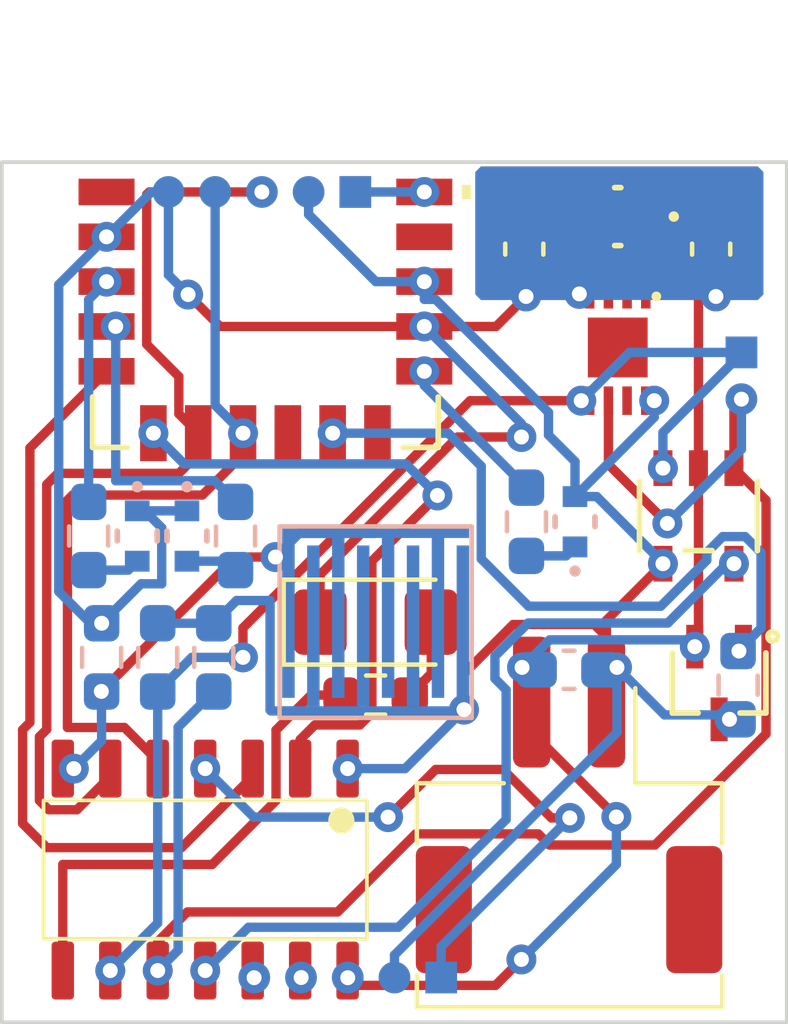
<source format=kicad_pcb>
(kicad_pcb (version 20221018) (generator pcbnew)
  (layers (0 "F.Cu" signal) (31 "B.Cu" signal) (34 "B.Paste" user) (35 "F.Paste" user) (36 "B.SilkS" user "B.Silkscreen") (37 "F.SilkS" user "F.Silkscreen") (38 "B.Mask" user) (39 "F.Mask" user) (44 "Edge.Cuts" user))
  (net 0 "")
  (net 1 "Net-(BT1-+)")
  (net 2 "GNDREF")
  (net 3 "Net-(U2-X1)")
  (net 4 "Net-(U2-X2)")
  (net 5 "Net-(D1-A)")
  (net 6 "Net-(D2-K)")
  (net 7 "Net-(D3-A)")
  (net 8 "Net-(D4-A)")
  (net 9 "Net-(J1-Pin_1)")
  (net 10 "Net-(J1-Pin_4)")
  (net 11 "Net-(J1-Pin_5)")
  (net 12 "Net-(J2-Pin_1)")
  (net 13 "Net-(J2-Pin_3)")
  (net 14 "Net-(J2-Pin_4)")
  (net 15 "Net-(J3-Pin_1)")
  (net 16 "Net-(J3-Pin_2)")
  (net 17 "Net-(U1-RC2)")
  (net 18 "Net-(U1-RC3)")
  (net 19 "Net-(U3-P0_2)")
  (net 20 "Net-(U3-P1_2)")
  (net 21 "Net-(U3-P1_3)")
  (net 22 "Net-(U3-RST_N)")
  (net 23 "Net-(U1-RA5)")
  (net 24 "Net-(U1-RA4)")
  (net 25 "Net-(U1-RA2)")
  (footprint "MCP7940NT_I_MNY:TDFN8_2x3MC_MCH" (layer "F.Cu") (at 91.476732 80.15572 -90)
    (fp_text reference "U2" hide)
    (fp_text value "MCP7940NT-I/MNY" hide)
    (fp_circle (center -1.36618 -1.033866) (end -1.28618 -1.033866) (stroke (width 0.1)) (fill solid) (layer "F.SilkS"))
    (pad "1" smd rect (at -1.4224 -0.750001 270) (size 0.762 0.254) (layers "F.Cu" "F.Paste" "F.Mask") (net 3 "Net-(U2-X1)"))
    (pad "2" smd rect (at -1.4224 -0.25 270) (size 0.762 0.254) (layers "F.Cu" "F.Paste" "F.Mask") (net 4 "Net-(U2-X2)"))
    (pad "3" smd rect (at -1.4224 0.25 270) (size 0.762 0.254) (layers "F.Cu" "F.Paste" "F.Mask"))
    (pad "4" smd rect (at -1.4224 0.750001 270) (size 0.762 0.254) (layers "F.Cu" "F.Paste" "F.Mask") (net 2 "GNDREF"))
    (pad "5" smd rect (at 1.4224 0.750001 270) (size 0.762 0.254) (layers "F.Cu" "F.Paste" "F.Mask") (net 15 "Net-(J3-Pin_1)"))
    (pad "6" smd rect (at 1.4224 0.25 270) (size 0.762 0.254) (layers "F.Cu" "F.Paste" "F.Mask") (net 16 "Net-(J3-Pin_2)"))
    (pad "7" smd rect (at 1.4224 -0.25 270) (size 0.762 0.254) (layers "F.Cu" "F.Paste" "F.Mask"))
    (pad "8" smd rect (at 1.4224 -0.750001 270) (size 0.762 0.254) (layers "F.Cu" "F.Paste" "F.Mask") (net 1 "Net-(BT1-+)"))
    (pad "9" smd rect (at 0 0 270) (size 1.6002 1.6002) (layers "F.Cu" "F.Paste" "F.Mask"))
  )
  (footprint "Resistor_SMD:R_0603_1608Metric_Pad0.98x0.95mm_HandSolder" (layer "F.Cu") (at 85 89.45 180)
    (fp_text reference "R1" hide)
    (fp_text value "R" hide)
    (fp_line (start -0.254724 -0.5225) (end 0.254724 -0.5225) (stroke (width 0.12)) (layer "F.SilkS"))
    (fp_line (start -0.254724 0.5225) (end 0.254724 0.5225) (stroke (width 0.12)) (layer "F.SilkS"))
    (pad "1" smd roundrect (at -0.9125 0 180) (size 0.975 0.95) (layers "F.Cu" "F.Paste" "F.Mask") (net 5 "Net-(D1-A)"))
    (pad "2" smd roundrect (at 0.9125 0 180) (size 0.975 0.95) (layers "F.Cu" "F.Paste" "F.Mask") (net 17 "Net-(U1-RC2)"))
  )
  (footprint "Diode_SMD:D_1206_3216Metric_Pad1.42x1.75mm_HandSolder" (layer "F.Cu") (at 85 87.5)
    (fp_text reference "D1" hide)
    (fp_text value "LED" hide)
    (fp_line (start -2.46 -1.135) (end -2.46 1.135) (stroke (width 0.12)) (layer "F.SilkS"))
    (fp_line (start -2.46 1.135) (end 1.6 1.135) (stroke (width 0.12)) (layer "F.SilkS"))
    (fp_line (start 1.6 -1.135) (end -2.46 -1.135) (stroke (width 0.12)) (layer "F.SilkS"))
    (pad "1" smd roundrect (at -1.4875 0) (size 1.425 1.75) (layers "F.Cu" "F.Paste" "F.Mask") (roundrect_rratio 0.1754392982) (net 2 "GNDREF"))
    (pad "2" smd roundrect (at 1.4875 0) (size 1.425 1.75) (layers "F.Cu" "F.Paste" "F.Mask") (roundrect_rratio 0.1754392982) (net 5 "Net-(D1-A)"))
  )
  (footprint "Capacitor_SMD:C_0603_1608Metric_Pad1.08x0.95mm_HandSolder" (layer "F.Cu") (at 88.976732 77.52572 90)
    (fp_text reference "C3" hide)
    (fp_text value "C" hide)
    (fp_line (start -0.146267 -0.51) (end 0.146267 -0.51) (stroke (width 0.12)) (layer "F.SilkS"))
    (fp_line (start -0.146267 0.51) (end 0.146267 0.51) (stroke (width 0.12)) (layer "F.SilkS"))
    (pad "1" smd roundrect (at -0.8625 0 90) (size 1.075 0.95) (layers "F.Cu" "F.Paste" "F.Mask") (net 2 "GNDREF"))
    (pad "2" smd roundrect (at 0.8625 0 90) (size 1.075 0.95) (layers "F.Cu" "F.Paste" "F.Mask") (net 4 "Net-(U2-X2)"))
  )
  (footprint "Supervisor:SC70-3_MC_MCH" (layer "F.Cu") (at 94.188581 89.12715 180)
    (fp_text reference "U5" hide)
    (fp_text value "MCP111T" hide)
    (fp_line (start -1.252 -0.802) (end -1.252 0.802) (stroke (width 0.1524)) (layer "F.SilkS"))
    (fp_line (start -0.56134 -0.802) (end -1.252 -0.802) (stroke (width 0.1524)) (layer "F.SilkS"))
    (fp_line (start 1.252 -0.802) (end 0.56134 -0.802) (stroke (width 0.1524)) (layer "F.SilkS"))
    (fp_line (start 1.252 0.802) (end 1.252 -0.802) (stroke (width 0.1524)) (layer "F.SilkS"))
    (fp_circle (center -1.432618 1.241172) (end -1.305618 1.241172) (stroke (width 0.1524)) (fill none) (layer "F.SilkS"))
    (pad "1" smd rect (at -0.649999 0.9714 180) (size 0.4572 1.1684) (layers "F.Cu" "F.Paste" "F.Mask") (net 22 "Net-(U3-RST_N)"))
    (pad "2" smd rect (at 0.649999 0.9714 180) (size 0.4572 1.1684) (layers "F.Cu" "F.Paste" "F.Mask") (net 2 "GNDREF"))
    (pad "3" smd rect (at 0 -0.9714 180) (size 0.4572 1.1684) (layers "F.Cu" "F.Paste" "F.Mask") (net 1 "Net-(BT1-+)"))
  )
  (footprint "Capacitor_SMD:C_0603_1608Metric_Pad1.08x0.95mm_HandSolder" (layer "F.Cu") (at 93.976732 77.52572 90)
    (fp_text reference "C2" hide)
    (fp_text value "C" hide)
    (fp_line (start -0.146267 -0.51) (end 0.146267 -0.51) (stroke (width 0.12)) (layer "F.SilkS"))
    (fp_line (start -0.146267 0.51) (end 0.146267 0.51) (stroke (width 0.12)) (layer "F.SilkS"))
    (pad "1" smd roundrect (at -0.8625 0 90) (size 1.075 0.95) (layers "F.Cu" "F.Paste" "F.Mask") (net 2 "GNDREF"))
    (pad "2" smd roundrect (at 0.8625 0 90) (size 1.075 0.95) (layers "F.Cu" "F.Paste" "F.Mask") (net 3 "Net-(U2-X1)"))
  )
  (footprint "RN4871_V_RM140:RN4871_MCH" (layer "F.Cu") (at 82.051275 76.947426)
    (fp_text reference "U3" hide)
    (fp_text value "RN4871-V/RM140" hide)
    (fp_line (start -4.6228 4.533859) (end -4.6228 5.8801) (stroke (width 0.1524)) (layer "F.SilkS"))
    (fp_line (start -4.6228 5.8801) (end -3.68554 5.8801) (stroke (width 0.1524)) (layer "F.SilkS"))
    (fp_line (start 3.68554 5.8801) (end 4.6228 5.8801) (stroke (width 0.1524)) (layer "F.SilkS"))
    (fp_line (start 4.6228 5.8801) (end 4.6228 4.533859) (stroke (width 0.1524)) (layer "F.SilkS"))
    (fp_poly (pts (xy 5.50799 -1.140501) (xy 5.50799 -0.759501) (xy 5.25399 -0.759501) (xy 5.25399 -1.140501)) (fill solid) (layer "F.SilkS"))
    (pad "1" smd rect (at -4.25069 -0.950001 90) (size 0.7112 1.4986) (layers "F.Cu" "F.Paste" "F.Mask"))
    (pad "2" smd rect (at -4.25069 0.248879 90) (size 0.7112 1.4986) (layers "F.Cu" "F.Paste" "F.Mask") (net 2 "GNDREF"))
    (pad "3" smd rect (at -4.25069 1.447759 90) (size 0.7112 1.4986) (layers "F.Cu" "F.Paste" "F.Mask") (net 20 "Net-(U3-P1_2)"))
    (pad "4" smd rect (at -4.25069 2.646639 90) (size 0.7112 1.4986) (layers "F.Cu" "F.Paste" "F.Mask") (net 21 "Net-(U3-P1_3)"))
    (pad "5" smd rect (at -4.25069 3.845519 90) (size 0.7112 1.4986) (layers "F.Cu" "F.Paste" "F.Mask") (net 24 "Net-(U1-RA4)"))
    (pad "6" smd rect (at -2.9972 5.50037) (size 0.7112 1.4986) (layers "F.Cu" "F.Paste" "F.Mask") (net 23 "Net-(U1-RA5)"))
    (pad "7" smd rect (at -1.79832 5.50037) (size 0.7112 1.4986) (layers "F.Cu" "F.Paste" "F.Mask") (net 13 "Net-(J2-Pin_3)"))
    (pad "8" smd rect (at -0.59944 5.50037) (size 0.7112 1.4986) (layers "F.Cu" "F.Paste" "F.Mask") (net 14 "Net-(J2-Pin_4)"))
    (pad "9" smd rect (at 0.59944 5.50037) (size 0.7112 1.4986) (layers "F.Cu" "F.Paste" "F.Mask"))
    (pad "10" smd rect (at 1.79832 5.50037) (size 0.7112 1.4986) (layers "F.Cu" "F.Paste" "F.Mask") (net 22 "Net-(U3-RST_N)"))
    (pad "11" smd rect (at 2.9972 5.50037) (size 0.7112 1.4986) (layers "F.Cu" "F.Paste" "F.Mask"))
    (pad "12" smd rect (at 4.25069 3.845519 90) (size 0.7112 1.4986) (layers "F.Cu" "F.Paste" "F.Mask") (net 19 "Net-(U3-P0_2)"))
    (pad "13" smd rect (at 4.25069 2.646639 90) (size 0.7112 1.4986) (layers "F.Cu" "F.Paste" "F.Mask") (net 2 "GNDREF"))
    (pad "14" smd rect (at 4.25069 1.447759 90) (size 0.7112 1.4986) (layers "F.Cu" "F.Paste" "F.Mask") (net 1 "Net-(BT1-+)"))
    (pad "15" smd rect (at 4.25069 0.248879 90) (size 0.7112 1.4986) (layers "F.Cu" "F.Paste" "F.Mask"))
    (pad "16" smd rect (at 4.25069 -0.950001 90) (size 0.7112 1.4986) (layers "F.Cu" "F.Paste" "F.Mask") (net 12 "Net-(J2-Pin_1)"))
  )
  (footprint "CustomCrystal:XTAL_SC-20S_EPS" (layer "F.Cu") (at 91.476732 76.65572 180)
    (fp_text reference "XTAL1" hide)
    (fp_text value "SC20S-7PF20PPM" hide)
    (fp_line (start -0.082503 0.7747) (end 0.082503 0.7747) (stroke (width 0.1524)) (layer "F.SilkS"))
    (fp_line (start 0.082503 -0.7747) (end -0.082503 -0.7747) (stroke (width 0.1524)) (layer "F.SilkS"))
    (fp_circle (center -1.5 0) (end -1.41 0) (stroke (width 0.1)) (fill solid) (layer "F.SilkS"))
    (pad "1" smd rect (at -0.75565 0 180) (size 0.6985 1.397) (layers "F.Cu" "F.Paste" "F.Mask") (net 3 "Net-(U2-X1)"))
    (pad "2" smd rect (at 0.75565 0 180) (size 0.6985 1.397) (layers "F.Cu" "F.Paste" "F.Mask") (net 4 "Net-(U2-X2)"))
  )
  (footprint "AT24C16D_STUM_T:TSOT5_MC_MCH" (layer "F.Cu") (at 93.635775 84.660255 -90)
    (fp_text reference "U4" hide)
    (fp_text value "AT24C16D-STUM-T" hide)
    (fp_line (start -0.927 1.577) (end 0.927 1.577) (stroke (width 0.1524)) (layer "F.SilkS"))
    (fp_line (start 0.927 -1.577) (end -0.927 -1.577) (stroke (width 0.1524)) (layer "F.SilkS"))
    (fp_line (start 0.927 0.363261) (end 0.927 -0.363261) (stroke (width 0.1524)) (layer "F.SilkS"))
    (pad "1" smd rect (at -1.2778 -0.950001 270) (size 0.9556 0.508) (layers "F.Cu" "F.Paste" "F.Mask") (net 16 "Net-(J3-Pin_2)"))
    (pad "2" smd rect (at -1.2778 0 270) (size 0.9556 0.508) (layers "F.Cu" "F.Paste" "F.Mask") (net 2 "GNDREF"))
    (pad "3" smd rect (at -1.2778 0.950001 270) (size 0.9556 0.508) (layers "F.Cu" "F.Paste" "F.Mask") (net 15 "Net-(J3-Pin_1)"))
    (pad "4" smd rect (at 1.2778 0.950001 270) (size 0.9556 0.508) (layers "F.Cu" "F.Paste" "F.Mask") (net 1 "Net-(BT1-+)"))
    (pad "5" smd rect (at 1.2778 -0.950001 270) (size 0.9556 0.508) (layers "F.Cu" "F.Paste" "F.Mask") (net 25 "Net-(U1-RA2)"))
  )
  (footprint "CustomFootprints:Adafruit_JST_PH_2_Pin_SMT" (layer "F.Cu") (at 94.274268 96.888072 180)
    (fp_text reference "BT1" hide)
    (fp_text value "Battery" hide)
    (fp_line (start 0.002582 -0.909238) (end 8.172582 -0.909238) (stroke (width 0.12)) (layer "F.SilkS"))
    (fp_line (start 0.002582 -0.059238) (end 0.002582 -0.909238) (stroke (width 0.12)) (layer "F.SilkS"))
    (fp_line (start 0.002582 3.460762) (end 0.002582 5.08) (stroke (width 0.12)) (layer "F.SilkS"))
    (fp_line (start 0.002582 5.08) (end 2.327582 5.08) (stroke (width 0.12)) (layer "F.SilkS"))
    (fp_line (start 2.327582 5.08) (end 2.327582 7.62) (stroke (width 0.12)) (layer "F.SilkS"))
    (fp_line (start 8.172582 -0.909238) (end 8.172582 -0.059238) (stroke (width 0.12)) (layer "F.SilkS"))
    (fp_line (start 8.172582 3.460762) (end 8.172582 5.08) (stroke (width 0.12)) (layer "F.SilkS"))
    (fp_line (start 8.172582 5.08) (end 5.847582 5.08) (stroke (width 0.12)) (layer "F.SilkS"))
    (pad "1" smd roundrect (at 3.1 7.25 180) (size 1 3.5) (layers "F.Cu" "F.Paste" "F.Mask") (net 1 "Net-(BT1-+)"))
    (pad "2" smd roundrect (at 5.1 7.25 180) (size 1 3.5) (layers "F.Cu" "F.Paste" "F.Mask") (net 2 "GNDREF"))
    (pad "MP" smd roundrect (at 0.75 1.7 180) (size 1.5 3.4) (layers "F.Cu" "F.Paste" "F.Mask") (roundrect_rratio 0.15625))
    (pad "MP" smd roundrect (at 7.45 1.7 180) (size 1.5 3.4) (layers "F.Cu" "F.Paste" "F.Mask") (roundrect_rratio 0.15625))
  )
  (footprint "CustomFootprints:PIC16F18124_I_SL" (layer "F.Cu") (at 80.440078 94.116898 180)
    (fp_text reference "U1" hide)
    (fp_text value "PIC16F18124-I/SL" hide)
    (fp_rect (start -4.325 -1.85) (end 4.325 1.85) (stroke (width 0.1)) (fill none) (layer "F.SilkS"))
    (fp_circle (center -3.64211 1.313715) (end -3.34211 1.313715) (stroke (width 0.1)) (fill solid) (layer "F.SilkS"))
    (pad "1" smd roundrect (at -3.81 2.7 180) (size 0.6 1.55) (layers "F.Cu" "F.Paste" "F.Mask") (roundrect_rratio 0.1666666667) (net 1 "Net-(BT1-+)"))
    (pad "2" smd roundrect (at -2.54 2.7 180) (size 0.6 1.55) (layers "F.Cu" "F.Paste" "F.Mask") (roundrect_rratio 0.1666666667) (net 23 "Net-(U1-RA5)"))
    (pad "3" smd roundrect (at -1.27 2.7 180) (size 0.6 1.55) (layers "F.Cu" "F.Paste" "F.Mask") (roundrect_rratio 0.1666666667) (net 24 "Net-(U1-RA4)"))
    (pad "4" smd roundrect (at 0 2.7 180) (size 0.6 1.55) (layers "F.Cu" "F.Paste" "F.Mask") (roundrect_rratio 0.1666666667) (net 9 "Net-(J1-Pin_1)"))
    (pad "5" smd roundrect (at 1.27 2.7 180) (size 0.6 1.55) (layers "F.Cu" "F.Paste" "F.Mask") (roundrect_rratio 0.1666666667) (net 14 "Net-(J2-Pin_4)"))
    (pad "6" smd roundrect (at 2.54 2.7 180) (size 0.6 1.55) (layers "F.Cu" "F.Paste" "F.Mask") (roundrect_rratio 0.1666666667) (net 13 "Net-(J2-Pin_3)"))
    (pad "7" smd roundrect (at 3.81 2.7 180) (size 0.6 1.55) (layers "F.Cu" "F.Paste" "F.Mask") (roundrect_rratio 0.1666666667) (net 18 "Net-(U1-RC3)"))
    (pad "8" smd roundrect (at 3.81 -2.7 180) (size 0.6 1.55) (layers "F.Cu" "F.Paste" "F.Mask") (roundrect_rratio 0.1666666667) (net 17 "Net-(U1-RC2)"))
    (pad "9" smd roundrect (at 2.54 -2.7 180) (size 0.6 1.55) (layers "F.Cu" "F.Paste" "F.Mask") (roundrect_rratio 0.1666666667) (net 15 "Net-(J3-Pin_1)"))
    (pad "10" smd roundrect (at 1.27 -2.7 180) (size 0.6 1.55) (layers "F.Cu" "F.Paste" "F.Mask") (roundrect_rratio 0.1666666667) (net 16 "Net-(J3-Pin_2)"))
    (pad "11" smd roundrect (at 0 -2.7 180) (size 0.6 1.55) (layers "F.Cu" "F.Paste" "F.Mask") (roundrect_rratio 0.1666666667) (net 25 "Net-(U1-RA2)"))
    (pad "12" smd roundrect (at -1.27 -2.7 180) (size 0.6 1.55) (layers "F.Cu" "F.Paste" "F.Mask") (roundrect_rratio 0.1666666667) (net 11 "Net-(J1-Pin_5)"))
    (pad "13" smd roundrect (at -2.54 -2.7 180) (size 0.6 1.55) (layers "F.Cu" "F.Paste" "F.Mask") (roundrect_rratio 0.1666666667) (net 10 "Net-(J1-Pin_4)"))
    (pad "14" smd roundrect (at -3.81 -2.7 180) (size 0.6 1.55) (layers "F.Cu" "F.Paste" "F.Mask") (roundrect_rratio 0.1666666667) (net 2 "GNDREF"))
  )
  (footprint "Capacitor_SMD:C_0603_1608Metric_Pad1.08x0.95mm_HandSolder" (layer "B.Cu") (at 90.173115 88.774275 180)
    (fp_text reference "C1" hide)
    (fp_text value "C" hide)
    (fp_line (start -0.146267 -0.51) (end 0.146267 -0.51) (stroke (width 0.12)) (layer "B.SilkS"))
    (fp_line (start -0.146267 0.51) (end 0.146267 0.51) (stroke (width 0.12)) (layer "B.SilkS"))
    (pad "1" smd roundrect (at -0.8625 0 180) (size 1.075 0.95) (layers "B.Cu" "B.Paste" "B.Mask") (net 1 "Net-(BT1-+)"))
    (pad "2" smd roundrect (at 0.8625 0 180) (size 1.075 0.95) (layers "B.Cu" "B.Paste" "B.Mask") (net 2 "GNDREF"))
  )
  (footprint "CustomFootprints:TestPoint_1x05_P1.00mm" (layer "B.Cu") (at 84.456345 75.997425 90)
    (fp_text reference "J2" hide)
    (fp_text value "Conn_01x05" hide)
    (pad "1" smd rect (at 0 0 90) (size 0.85 0.85) (layers "B.Cu" "B.Paste" "B.Mask") (net 12 "Net-(J2-Pin_1)"))
    (pad "2" smd circle (at 0 -1.25 90) (size 0.85 0.85) (layers "B.Cu" "B.Paste" "B.Mask") (net 1 "Net-(BT1-+)"))
    (pad "3" smd circle (at 0 -2.5 90) (size 0.85 0.85) (layers "B.Cu" "B.Paste" "B.Mask") (net 13 "Net-(J2-Pin_3)"))
    (pad "4" smd circle (at 0 -3.75 90) (size 0.85 0.85) (layers "B.Cu" "B.Paste" "B.Mask") (net 14 "Net-(J2-Pin_4)"))
    (pad "5" smd circle (at 0 -5 90) (size 0.85 0.85) (layers "B.Cu" "B.Paste" "B.Mask") (net 2 "GNDREF"))
  )
  (footprint "Resistor_SMD:R_0603_1608Metric_Pad0.98x0.95mm_HandSolder" (layer "B.Cu") (at 77.321357 85.196893 -90)
    (fp_text reference "R6" hide)
    (fp_text value "R" hide)
    (fp_line (start -0.254724 -0.5225) (end 0.254724 -0.5225) (stroke (width 0.12)) (layer "B.SilkS"))
    (fp_line (start -0.254724 0.5225) (end 0.254724 0.5225) (stroke (width 0.12)) (layer "B.SilkS"))
    (pad "1" smd roundrect (at -0.9125 0 270) (size 0.975 0.95) (layers "B.Cu" "B.Paste" "B.Mask") (net 20 "Net-(U3-P1_2)"))
    (pad "2" smd roundrect (at 0.9125 0 270) (size 0.975 0.95) (layers "B.Cu" "B.Paste" "B.Mask") (net 7 "Net-(D3-A)"))
  )
  (footprint "Small LED:LED_LTST-C191KRKT_LTO-L" (layer "B.Cu") (at 78.621357 85.196893 -90)
    (fp_text reference "D3" hide)
    (fp_text value "LED" hide)
    (fp_line (start -0.130212 -0.5334) (end 0.130212 -0.5334) (stroke (width 0.1524)) (layer "B.SilkS"))
    (fp_line (start 0.130212 0.5334) (end -0.130212 0.5334) (stroke (width 0.1524)) (layer "B.SilkS"))
    (fp_circle (center -1.317325 0) (end -1.241125 0) (stroke (width 0.1524)) (fill none) (layer "B.SilkS"))
    (pad "1" smd rect (at -0.6731 0 270) (size 0.5588 0.6604) (layers "B.Cu" "B.Paste" "B.Mask") (net 2 "GNDREF"))
    (pad "2" smd rect (at 0.6731 0 270) (size 0.5588 0.6604) (layers "B.Cu" "B.Paste" "B.Mask") (net 7 "Net-(D3-A)"))
    (zone (net 0) (net_name "") (layer "B.Cu") (connect_pads (clearance 0)) (min_thickness 0.254)
      (keepout (tracks not_allowed) (vias not_allowed) (pads allowed) (copperpour not_allowed) (footprints allowed))
      (fill (thermal_gap 0.508) (thermal_bridge_width 0.508))
      (polygon (pts (xy 78.265757 84.853993) (xy 78.265757 85.539793) (xy 78.976957 85.539793) (xy 78.976957 84.853993)))
    )
  )
  (footprint "Resistor_SMD:R_0603_1608Metric_Pad0.98x0.95mm_HandSolder" (layer "B.Cu") (at 94.696817 89.18605 90)
    (fp_text reference "R8" hide)
    (fp_text value "R" hide)
    (fp_line (start -0.254724 -0.5225) (end 0.254724 -0.5225) (stroke (width 0.12)) (layer "B.SilkS"))
    (fp_line (start -0.254724 0.5225) (end 0.254724 0.5225) (stroke (width 0.12)) (layer "B.SilkS"))
    (pad "1" smd roundrect (at -0.9125 0 90) (size 0.975 0.95) (layers "B.Cu" "B.Paste" "B.Mask") (net 1 "Net-(BT1-+)"))
    (pad "2" smd roundrect (at 0.9125 0 90) (size 0.975 0.95) (layers "B.Cu" "B.Paste" "B.Mask") (net 22 "Net-(U3-RST_N)"))
  )
  (footprint "Resistor_SMD:R_0603_1608Metric_Pad0.98x0.95mm_HandSolder" (layer "B.Cu") (at 77.669488 88.442688 90)
    (fp_text reference "R2" hide)
    (fp_text value "R" hide)
    (fp_line (start -0.254724 -0.5225) (end 0.254724 -0.5225) (stroke (width 0.12)) (layer "B.SilkS"))
    (fp_line (start -0.254724 0.5225) (end 0.254724 0.5225) (stroke (width 0.12)) (layer "B.SilkS"))
    (pad "1" smd roundrect (at -0.9125 0 90) (size 0.975 0.95) (layers "B.Cu" "B.Paste" "B.Mask") (net 18 "Net-(U1-RC3)"))
    (pad "2" smd roundrect (at 0.9125 0 90) (size 0.975 0.95) (layers "B.Cu" "B.Paste" "B.Mask") (net 2 "GNDREF"))
  )
  (footprint "CustomFootprints:TestPoint_1x02_P1.00mm" (layer "B.Cu") (at 94.786196 80.287809 180)
    (fp_text reference "J3" hide)
    (fp_text value "Conn_01x02_Pin" hide)
    (pad "1" smd rect (at 0 0 180) (size 0.85 0.85) (layers "B.Cu" "B.Paste" "B.Mask") (net 15 "Net-(J3-Pin_1)"))
    (pad "2" smd circle (at 0 -1.25 180) (size 0.85 0.85) (layers "B.Cu" "B.Paste" "B.Mask") (net 16 "Net-(J3-Pin_2)"))
  )
  (footprint "Small LED:LED_LTST-C191KRKT_LTO-L" (layer "B.Cu") (at 90.333888 84.815731 90)
    (fp_text reference "D2" hide)
    (fp_text value "LED" hide)
    (fp_line (start -0.130212 -0.5334) (end 0.130212 -0.5334) (stroke (width 0.1524)) (layer "B.SilkS"))
    (fp_line (start 0.130212 0.5334) (end -0.130212 0.5334) (stroke (width 0.1524)) (layer "B.SilkS"))
    (fp_circle (center -1.317325 0) (end -1.241125 0) (stroke (width 0.1524)) (fill none) (layer "B.SilkS"))
    (pad "1" smd rect (at -0.6731 0 90) (size 0.5588 0.6604) (layers "B.Cu" "B.Paste" "B.Mask") (net 6 "Net-(D2-K)"))
    (pad "2" smd rect (at 0.6731 0 90) (size 0.5588 0.6604) (layers "B.Cu" "B.Paste" "B.Mask") (net 1 "Net-(BT1-+)"))
    (zone (net 0) (net_name "") (layer "B.Cu") (connect_pads (clearance 0)) (min_thickness 0.254)
      (keepout (tracks not_allowed) (vias not_allowed) (pads allowed) (copperpour not_allowed) (footprints allowed))
      (fill (thermal_gap 0.508) (thermal_bridge_width 0.508))
      (polygon (pts (xy 90.689488 85.158631) (xy 90.689488 84.472831) (xy 89.978288 84.472831) (xy 89.978288 85.158631)))
    )
  )
  (footprint "CustomFootprints:TouchButton-5x5mm" (layer "B.Cu") (at 85 87.5 180)
    (fp_text reference "SW1" hide)
    (fp_text value "SW_Push" hide)
    (fp_line (start -2.57 -2.56) (end -2.57 2.56) (stroke (width 0.12)) (layer "B.SilkS"))
    (fp_line (start -2.57 2.56) (end 2.57 2.56) (stroke (width 0.12)) (layer "B.SilkS"))
    (fp_line (start 2.57 -2.56) (end -2.57 -2.56) (stroke (width 0.12)) (layer "B.SilkS"))
    (fp_line (start 2.57 2.56) (end 2.57 -2.56) (stroke (width 0.12)) (layer "B.SilkS"))
    (pad "1" smd rect (at -1.6667 0.125 180) (size 0.3333 4.3) (layers "B.Cu" "B.Paste" "B.Mask") (net 18 "Net-(U1-RC3)"))
    (pad "1" smd rect (at -0.3333 0.125 180) (size 0.3333 4.3) (layers "B.Cu" "B.Paste" "B.Mask") (net 18 "Net-(U1-RC3)"))
    (pad "1" smd rect (at 0 2.375 180) (size 5 0.25) (layers "B.Cu" "B.Paste" "B.Mask") (net 18 "Net-(U1-RC3)"))
    (pad "1" smd rect (at 1 0.125 180) (size 0.3333 4.3) (layers "B.Cu" "B.Paste" "B.Mask") (net 18 "Net-(U1-RC3)"))
    (pad "1" smd rect (at 2.3333 0.125 180) (size 0.3333 4.3) (layers "B.Cu" "B.Paste" "B.Mask") (net 18 "Net-(U1-RC3)"))
    (pad "2" smd rect (at -2.3333 -0.1 180) (size 0.3333 4.3) (layers "B.Cu" "B.Paste" "B.Mask") (net 1 "Net-(BT1-+)"))
    (pad "2" smd rect (at -1 -0.1 180) (size 0.3333 4.3001) (layers "B.Cu" "B.Paste" "B.Mask") (net 1 "Net-(BT1-+)"))
    (pad "2" smd rect (at 0 -2.375 180) (size 5 0.25) (layers "B.Cu" "B.Paste" "B.Mask") (net 1 "Net-(BT1-+)"))
    (pad "2" smd rect (at 0.3333 -0.1 180) (size 0.3333 4.3001) (layers "B.Cu" "B.Paste" "B.Mask") (net 1 "Net-(BT1-+)"))
    (pad "2" smd rect (at 1.6667 -0.1 180) (size 0.3333 4.3001) (layers "B.Cu" "B.Paste" "B.Mask") (net 1 "Net-(BT1-+)"))
  )
  (footprint "Resistor_SMD:R_0603_1608Metric_Pad0.98x0.95mm_HandSolder" (layer "B.Cu") (at 81.251357 85.196893 -90)
    (fp_text reference "R7" hide)
    (fp_text value "R" hide)
    (fp_line (start -0.254724 -0.5225) (end 0.254724 -0.5225) (stroke (width 0.12)) (layer "B.SilkS"))
    (fp_line (start -0.254724 0.5225) (end 0.254724 0.5225) (stroke (width 0.12)) (layer "B.SilkS"))
    (pad "1" smd roundrect (at -0.9125 0 270) (size 0.975 0.95) (layers "B.Cu" "B.Paste" "B.Mask") (net 21 "Net-(U3-P1_3)"))
    (pad "2" smd roundrect (at 0.9125 0 270) (size 0.975 0.95) (layers "B.Cu" "B.Paste" "B.Mask") (net 8 "Net-(D4-A)"))
  )
  (footprint "Resistor_SMD:R_0603_1608Metric_Pad0.98x0.95mm_HandSolder" (layer "B.Cu") (at 79.169488 88.442688 -90)
    (fp_text reference "R4" hide)
    (fp_text value "R" hide)
    (fp_line (start -0.254724 -0.5225) (end 0.254724 -0.5225) (stroke (width 0.12)) (layer "B.SilkS"))
    (fp_line (start -0.254724 0.5225) (end 0.254724 0.5225) (stroke (width 0.12)) (layer "B.SilkS"))
    (pad "1" smd roundrect (at -0.9125 0 270) (size 0.975 0.95) (layers "B.Cu" "B.Paste" "B.Mask") (net 1 "Net-(BT1-+)"))
    (pad "2" smd roundrect (at 0.9125 0 270) (size 0.975 0.95) (layers "B.Cu" "B.Paste" "B.Mask") (net 15 "Net-(J3-Pin_1)"))
  )
  (footprint "Small LED:LED_LTST-C191KRKT_LTO-L" (layer "B.Cu") (at 79.951357 85.196893 -90)
    (fp_text reference "D4" hide)
    (fp_text value "LED" hide)
    (fp_line (start -0.130212 -0.5334) (end 0.130212 -0.5334) (stroke (width 0.1524)) (layer "B.SilkS"))
    (fp_line (start 0.130212 0.5334) (end -0.130212 0.5334) (stroke (width 0.1524)) (layer "B.SilkS"))
    (fp_circle (center -1.317325 0) (end -1.241125 0) (stroke (width 0.1524)) (fill none) (layer "B.SilkS"))
    (pad "1" smd rect (at -0.6731 0 270) (size 0.5588 0.6604) (layers "B.Cu" "B.Paste" "B.Mask") (net 2 "GNDREF"))
    (pad "2" smd rect (at 0.6731 0 270) (size 0.5588 0.6604) (layers "B.Cu" "B.Paste" "B.Mask") (net 8 "Net-(D4-A)"))
    (zone (net 0) (net_name "") (layer "B.Cu") (connect_pads (clearance 0)) (min_thickness 0.254)
      (keepout (tracks not_allowed) (vias not_allowed) (pads allowed) (copperpour not_allowed) (footprints allowed))
      (fill (thermal_gap 0.508) (thermal_bridge_width 0.508))
      (polygon (pts (xy 79.595757 84.853993) (xy 79.595757 85.539793) (xy 80.306957 85.539793) (xy 80.306957 84.853993)))
    )
  )
  (footprint "Resistor_SMD:R_0603_1608Metric_Pad0.98x0.95mm_HandSolder" (layer "B.Cu") (at 89.033888 84.815731 -90)
    (fp_text reference "R5" hide)
    (fp_text value "R" hide)
    (fp_line (start -0.254724 -0.5225) (end 0.254724 -0.5225) (stroke (width 0.12)) (layer "B.SilkS"))
    (fp_line (start -0.254724 0.5225) (end 0.254724 0.5225) (stroke (width 0.12)) (layer "B.SilkS"))
    (pad "1" smd roundrect (at -0.9125 0 270) (size 0.975 0.95) (layers "B.Cu" "B.Paste" "B.Mask") (net 19 "Net-(U3-P0_2)"))
    (pad "2" smd roundrect (at 0.9125 0 270) (size 0.975 0.95) (layers "B.Cu" "B.Paste" "B.Mask") (net 6 "Net-(D2-K)"))
  )
  (footprint "Resistor_SMD:R_0603_1608Metric_Pad0.98x0.95mm_HandSolder" (layer "B.Cu") (at 80.669488 88.442688 -90)
    (fp_text reference "R3" hide)
    (fp_text value "R" hide)
    (fp_line (start -0.254724 -0.5225) (end 0.254724 -0.5225) (stroke (width 0.12)) (layer "B.SilkS"))
    (fp_line (start -0.254724 0.5225) (end 0.254724 0.5225) (stroke (width 0.12)) (layer "B.SilkS"))
    (pad "1" smd roundrect (at -0.9125 0 270) (size 0.975 0.95) (layers "B.Cu" "B.Paste" "B.Mask") (net 1 "Net-(BT1-+)"))
    (pad "2" smd roundrect (at 0.9125 0 270) (size 0.975 0.95) (layers "B.Cu" "B.Paste" "B.Mask") (net 16 "Net-(J3-Pin_2)"))
  )
  (footprint "CustomFootprints:TestPoint_1x05_P1.00mm" (layer "B.Cu") (at 86.753318 97.002773 90)
    (fp_text reference "J1" hide)
    (fp_text value "Conn_01x05" hide)
    (pad "1" smd rect (at 0 0 90) (size 0.85 0.85) (layers "B.Cu" "B.Paste" "B.Mask") (net 9 "Net-(J1-Pin_1)"))
    (pad "2" smd circle (at 0 -1.25 90) (size 0.85 0.85) (layers "B.Cu" "B.Paste" "B.Mask") (net 1 "Net-(BT1-+)"))
    (pad "3" smd circle (at 0 -2.5 90) (size 0.85 0.85) (layers "B.Cu" "B.Paste" "B.Mask") (net 2 "GNDREF"))
    (pad "4" smd circle (at 0 -3.75 90) (size 0.85 0.85) (layers "B.Cu" "B.Paste" "B.Mask") (net 10 "Net-(J1-Pin_4)"))
    (pad "5" smd circle (at 0 -5 90) (size 0.85 0.85) (layers "B.Cu" "B.Paste" "B.Mask") (net 11 "Net-(J1-Pin_5)"))
  )
  (gr_rect (start 75 75.198957) (end 96 98.198957) (stroke (width 0.1)) (fill none) (layer "Edge.Cuts"))
  (segment (start 90.849268 87.563072) (end 91.174268 87.888072) (width 0.25) (layer "F.Cu") (net 1))
  (segment (start 88.679168 87.563072) (end 90.849268 87.563072) (width 0.25) (layer "F.Cu") (net 1))
  (segment (start 91.174268 87.888072) (end 91.174268 89.638072) (width 0.25) (layer "F.Cu") (net 1))
  (segment (start 87.363829 88.878411) (end 88.679168 87.563072) (width 0.25) (layer "F.Cu") (net 1))
  (segment (start 87.363829 89.840351) (end 87.363829 88.878411) (width 0.25) (layer "F.Cu") (net 1))
  (segment (start 91.174268 87.449561) (end 92.685774 85.938055) (width 0.25) (layer "F.Cu") (net 1))
  (segment (start 91.174268 89.638072) (end 91.174268 87.449561) (width 0.25) (layer "F.Cu") (net 1))
  (segment (start 84.250078 91.110778) (end 84.250078 91.416898) (width 0.25) (layer "F.Cu") (net 1))
  (via (at 92.453234 81.57812) (size 0.8) (drill 0.4) (layers "F.Cu" "B.Cu") (net 1))
  (via (at 87.363829 89.840351) (size 0.8) (drill 0.4) (layers "F.Cu" "B.Cu") (net 1))
  (via (at 84.250078 91.416898) (size 0.8) (drill 0.4) (layers "F.Cu" "B.Cu") (net 1))
  (via (at 94.4658 90.09855) (size 0.8) (drill 0.4) (layers "F.Cu" "B.Cu") (net 1))
  (via (at 91.456686 88.710682) (size 0.8) (drill 0.4) (layers "F.Cu" "B.Cu") (net 1))
  (via (at 86.301965 78.395185) (size 0.8) (drill 0.4) (layers "F.Cu" "B.Cu") (net 1))
  (via (at 92.685774 85.938055) (size 0.8) (drill 0.4) (layers "F.Cu" "B.Cu") (net 1))
  (segment (start 94.347932 89.980682) (end 94.4658 90.09855) (width 0.25) (layer "B.Cu") (net 1))
  (segment (start 79.169488 87.530188) (end 80.669488 87.530188) (width 0.25) (layer "B.Cu") (net 1))
  (segment (start 86.301965 78.869065) (end 86.60227 78.869065) (width 0.25) (layer "B.Cu") (net 1))
  (segment (start 82.17505 86.921893) (end 82.17505 89.85) (width 0.25) (layer "B.Cu") (net 1))
  (segment (start 85.503318 97.002773) (end 85.503318 96.401733) (width 0.25) (layer "B.Cu") (net 1))
  (segment (start 89.625 81.891795) (end 89.625 82.49661) (width 0.25) (layer "B.Cu") (net 1))
  (segment (start 92.726686 89.980682) (end 94.347932 89.980682) (width 0.25) (layer "B.Cu") (net 1))
  (segment (start 85.003065 78.395185) (end 86.301965 78.395185) (width 0.25) (layer "B.Cu") (net 1))
  (segment (start 80.669488 87.530188) (end 81.277783 86.921893) (width 0.25) (layer "B.Cu") (net 1))
  (segment (start 83.206345 75.997425) (end 83.206345 76.598465) (width 0.25) (layer "B.Cu") (net 1))
  (segment (start 82.17505 89.85) (end 82.20005 89.875) (width 0.25) (layer "B.Cu") (net 1))
  (segment (start 86.60227 78.869065) (end 89.625 81.891795) (width 0.25) (layer "B.Cu") (net 1))
  (segment (start 85.503318 96.401733) (end 91.456686 90.448365) (width 0.25) (layer "B.Cu") (net 1))
  (segment (start 87.363829 89.840351) (end 85.787282 91.416898) (width 0.25) (layer "B.Cu") (net 1))
  (segment (start 83.206345 76.598465) (end 85.003065 78.395185) (width 0.25) (layer "B.Cu") (net 1))
  (segment (start 90.333888 83.205498) (end 90.333888 84.142631) (width 0.25) (layer "B.Cu") (net 1))
  (segment (start 81.277783 86.921893) (end 82.17505 86.921893) (width 0.25) (layer "B.Cu") (net 1))
  (segment (start 90.333888 84.142631) (end 92.453234 82.023285) (width 0.25) (layer "B.Cu") (net 1))
  (segment (start 92.685774 85.914317) (end 92.685774 85.938055) (width 0.25) (layer "B.Cu") (net 1))
  (segment (start 92.453234 82.023285) (end 92.453234 81.57812) (width 0.25) (layer "B.Cu") (net 1))
  (segment (start 90.333888 84.142631) (end 90.914088 84.142631) (width 0.25) (layer "B.Cu") (net 1))
  (segment (start 91.456686 88.710682) (end 92.726686 89.980682) (width 0.25) (layer "B.Cu") (net 1))
  (segment (start 82.20005 89.875) (end 85 89.875) (width 0.25) (layer "B.Cu") (net 1))
  (segment (start 85.787282 91.416898) (end 84.250078 91.416898) (width 0.25) (layer "B.Cu") (net 1))
  (segment (start 91.456686 90.448365) (end 91.456686 88.710682) (width 0.25) (layer "B.Cu") (net 1))
  (segment (start 90.914088 84.142631) (end 92.685774 85.914317) (width 0.25) (layer "B.Cu") (net 1))
  (segment (start 89.625 82.49661) (end 90.333888 83.205498) (width 0.25) (layer "B.Cu") (net 1))
  (segment (start 86.301965 78.395185) (end 86.301965 78.869065) (width 0.25) (layer "B.Cu") (net 1))
  (segment (start 93.635775 78.729177) (end 93.976732 78.38822) (width 0.25) (layer "F.Cu") (net 2))
  (segment (start 83.5125 87.5) (end 83.5125 86.228796) (width 0.25) (layer "F.Cu") (net 2))
  (segment (start 94.104389 78.515877) (end 93.976732 78.38822) (width 0.25) (layer "F.Cu") (net 2))
  (segment (start 94.104389 78.792134) (end 94.104389 78.515877) (width 0.25) (layer "F.Cu") (net 2))
  (segment (start 90.459933 78.73332) (end 90.449766 78.723153) (width 0.25) (layer "F.Cu") (net 2))
  (segment (start 88.222458 79.594065) (end 86.301965 79.594065) (width 0.25) (layer "F.Cu") (net 2))
  (segment (start 84.458313 97.213072) (end 84.253512 97.008271) (width 0.25) (layer "F.Cu") (net 2))
  (segment (start 77.699676 87.5) (end 77.669488 87.530188) (width 0.25) (layer "F.Cu") (net 2))
  (segment (start 83.5125 86.228796) (end 87.191296 82.55) (width 0.25) (layer "F.Cu") (net 2))
  (segment (start 91.44 92.71) (end 89.174268 90.444268) (width 0.25) (layer "F.Cu") (net 2))
  (segment (start 87.191296 82.55) (end 88.9 82.55) (width 0.25) (layer "F.Cu") (net 2))
  (segment (start 90.726731 78.73332) (end 90.459933 78.73332) (width 0.25) (layer "F.Cu") (net 2))
  (segment (start 89.024389 78.435877) (end 88.976732 78.38822) (width 0.25) (layer "F.Cu") (net 2))
  (segment (start 93.635775 88.058557) (end 93.538582 88.15575) (width 0.25) (layer "F.Cu") (net 2))
  (segment (start 89.024389 78.792134) (end 89.024389 78.435877) (width 0.25) (layer "F.Cu") (net 2))
  (segment (start 88.206928 97.213072) (end 88.9 96.52) (width 0.25) (layer "F.Cu") (net 2))
  (segment (start 89.024389 78.792134) (end 88.222458 79.594065) (width 0.25) (layer "F.Cu") (net 2))
  (segment (start 93.635775 83.382455) (end 93.635775 78.729177) (width 0.25) (layer "F.Cu") (net 2))
  (segment (start 93.635775 83.382455) (end 93.635775 88.058557) (width 0.25) (layer "F.Cu") (net 2))
  (segment (start 79.981845 78.74) (end 80.83591 79.594065) (width 0.25) (layer "F.Cu") (net 2))
  (segment (start 80.83591 79.594065) (end 86.301965 79.594065) (width 0.25) (layer "F.Cu") (net 2))
  (segment (start 84.458313 97.213072) (end 88.206928 97.213072) (width 0.25) (layer "F.Cu") (net 2))
  (segment (start 89.174268 90.444268) (end 89.174268 89.638072) (width 0.25) (layer "F.Cu") (net 2))
  (via (at 79.981845 78.74) (size 0.8) (drill 0.4) (layers "F.Cu" "B.Cu") (net 2))
  (via (at 89.024389 78.792134) (size 0.8) (drill 0.4) (layers "F.Cu" "B.Cu") (net 2))
  (via (at 88.9 82.55) (size 0.8) (drill 0.4) (layers "F.Cu" "B.Cu") (net 2))
  (via (at 77.800585 77.196305) (size 0.8) (drill 0.4) (layers "F.Cu" "B.Cu") (net 2))
  (via (at 90.449766 78.723153) (size 0.8) (drill 0.4) (layers "F.Cu" "B.Cu") (net 2))
  (via (at 94.104389 78.792134) (size 0.8) (drill 0.4) (layers "F.Cu" "B.Cu") (net 2))
  (via (at 86.301965 79.594065) (size 0.8) (drill 0.4) (layers "F.Cu" "B.Cu") (net 2))
  (via (at 77.669488 87.530188) (size 0.8) (drill 0.4) (layers "F.Cu" "B.Cu") (net 2))
  (via (at 84.253512 97.008271) (size 0.8) (drill 0.4) (layers "F.Cu" "B.Cu") (net 2))
  (via (at 88.9 96.52) (size 0.8) (drill 0.4) (layers "F.Cu" "B.Cu") (net 2))
  (via (at 93.538582 88.15575) (size 0.8) (drill 0.4) (layers "F.Cu" "B.Cu") (net 2))
  (via (at 91.44 92.71) (size 0.8) (drill 0.4) (layers "F.Cu" "B.Cu") (net 2))
  (via (at 88.916686 88.710682) (size 0.8) (drill 0.4) (layers "F.Cu" "B.Cu") (net 2))
  (segment (start 88.9 96.52) (end 91.44 93.98) (width 0.25) (layer "B.Cu") (net 2))
  (segment (start 79.276557 86.474393) (end 78.725283 86.474393) (width 0.25) (layer "B.Cu") (net 2))
  (segment (start 91.44 93.98) (end 91.44 92.71) (width 0.25) (layer "B.Cu") (net 2))
  (segment (start 76.521357 78.475533) (end 76.521357 86.681357) (width 0.25) (layer "B.Cu") (net 2))
  (segment (start 88.916686 88.710682) (end 89.653093 87.974275) (width 0.25) (layer "B.Cu") (net 2))
  (segment (start 78.725283 86.474393) (end 77.669488 87.530188) (width 0.25) (layer "B.Cu") (net 2))
  (segment (start 88.9 82.1921) (end 86.301965 79.594065) (width 0.25) (layer "B.Cu") (net 2))
  (segment (start 78.999465 75.997425) (end 77.800585 77.196305) (width 0.25) (layer "B.Cu") (net 2))
  (segment (start 77.370188 87.530188) (end 77.669488 87.530188) (width 0.25) (layer "B.Cu") (net 2))
  (segment (start 78.621357 84.523793) (end 79.951357 84.523793) (width 0.25) (layer "B.Cu") (net 2))
  (segment (start 78.823535 84.523793) (end 79.276557 84.976815) (width 0.25) (layer "B.Cu") (net 2))
  (segment (start 79.456345 78.2145) (end 79.981845 78.74) (width 0.25) (layer "B.Cu") (net 2))
  (segment (start 77.669488 87.530188) (end 77.569812 87.530188) (width 0.25) (layer "B.Cu") (net 2))
  (segment (start 89.653093 87.974275) (end 93.357107 87.974275) (width 0.25) (layer "B.Cu") (net 2))
  (segment (start 88.9 82.55) (end 88.9 82.1921) (width 0.25) (layer "B.Cu") (net 2))
  (segment (start 76.521357 86.681357) (end 77.370188 87.530188) (width 0.25) (layer "B.Cu") (net 2))
  (segment (start 79.276557 84.976815) (end 79.276557 86.474393) (width 0.25) (layer "B.Cu") (net 2))
  (segment (start 93.357107 87.974275) (end 93.538582 88.15575) (width 0.25) (layer "B.Cu") (net 2))
  (segment (start 78.621357 84.523793) (end 78.823535 84.523793) (width 0.25) (layer "B.Cu") (net 2))
  (segment (start 79.456345 75.997425) (end 78.999465 75.997425) (width 0.25) (layer "B.Cu") (net 2))
  (segment (start 77.800585 77.196305) (end 76.521357 78.475533) (width 0.25) (layer "B.Cu") (net 2))
  (segment (start 79.456345 75.997425) (end 79.456345 78.2145) (width 0.25) (layer "B.Cu") (net 2))
  (segment (start 92.232382 78.727671) (end 92.226733 78.73332) (width 0.25) (layer "F.Cu") (net 3))
  (segment (start 93.969232 76.65572) (end 93.976732 76.66322) (width 0.25) (layer "F.Cu") (net 3))
  (segment (start 92.232382 76.65572) (end 92.232382 78.727671) (width 0.25) (layer "F.Cu") (net 3))
  (segment (start 92.232382 76.65572) (end 93.969232 76.65572) (width 0.25) (layer "F.Cu") (net 3))
  (segment (start 91.726732 78.085798) (end 91.726732 78.73332) (width 0.25) (layer "F.Cu") (net 4))
  (segment (start 90.721082 77.080148) (end 91.726732 78.085798) (width 0.25) (layer "F.Cu") (net 4))
  (segment (start 90.721082 76.65572) (end 90.721082 77.080148) (width 0.25) (layer "F.Cu") (net 4))
  (segment (start 88.976732 76.66322) (end 90.713582 76.66322) (width 0.25) (layer "F.Cu") (net 4))
  (segment (start 90.713582 76.66322) (end 90.721082 76.65572) (width 0.25) (layer "F.Cu") (net 4))
  (segment (start 86.4875 87.5) (end 86.4875 88.875) (width 0.25) (layer "F.Cu") (net 5))
  (segment (start 86.4875 88.875) (end 85.9125 89.45) (width 0.25) (layer "F.Cu") (net 5))
  (segment (start 89.033888 85.728231) (end 90.094488 85.728231) (width 0.25) (layer "B.Cu") (net 6))
  (segment (start 90.094488 85.728231) (end 90.333888 85.488831) (width 0.25) (layer "B.Cu") (net 6))
  (segment (start 77.321357 86.109393) (end 78.381957 86.109393) (width 0.25) (layer "B.Cu") (net 7))
  (segment (start 78.381957 86.109393) (end 78.621357 85.869993) (width 0.25) (layer "B.Cu") (net 7))
  (segment (start 79.951357 85.869993) (end 81.011957 85.869993) (width 0.25) (layer "B.Cu") (net 8))
  (segment (start 81.011957 85.869993) (end 81.251357 86.109393) (width 0.25) (layer "B.Cu") (net 8))
  (segment (start 89.700921 92.734825) (end 88.406096 91.44) (width 0.25) (layer "F.Cu") (net 9))
  (segment (start 90.194825 92.734825) (end 89.700921 92.734825) (width 0.25) (layer "F.Cu") (net 9))
  (segment (start 86.605401 91.44) (end 85.331764 92.713637) (width 0.25) (layer "F.Cu") (net 9))
  (segment (start 88.406096 91.44) (end 86.605401 91.44) (width 0.25) (layer "F.Cu") (net 9))
  (via (at 80.440078 91.416898) (size 0.8) (drill 0.4) (layers "F.Cu" "B.Cu") (net 9))
  (via (at 90.194825 92.734825) (size 0.8) (drill 0.4) (layers "F.Cu" "B.Cu") (net 9))
  (via (at 85.331764 92.713637) (size 0.8) (drill 0.4) (layers "F.Cu" "B.Cu") (net 9))
  (segment (start 86.753318 96.176332) (end 86.753318 97.002773) (width 0.25) (layer "B.Cu") (net 9))
  (segment (start 81.736817 92.713637) (end 80.440078 91.416898) (width 0.25) (layer "B.Cu") (net 9))
  (segment (start 85.331764 92.713637) (end 81.736817 92.713637) (width 0.25) (layer "B.Cu") (net 9))
  (segment (start 90.194825 92.734825) (end 86.753318 96.176332) (width 0.25) (layer "B.Cu") (net 9))
  (via (at 83.007734 97.003708) (size 0.8) (drill 0.4) (layers "F.Cu" "B.Cu") (net 10))
  (via (at 81.748267 97.008271) (size 0.8) (drill 0.4) (layers "F.Cu" "B.Cu") (net 11))
  (via (at 86.301965 75.997425) (size 0.8) (drill 0.4) (layers "F.Cu" "B.Cu") (net 12))
  (segment (start 84.456345 75.997425) (end 86.301965 75.997425) (width 0.25) (layer "B.Cu") (net 12))
  (segment (start 79.734675 81.929516) (end 79.734675 80.931829) (width 0.25) (layer "F.Cu") (net 13))
  (segment (start 77.900078 91.62571) (end 77.00889 92.516898) (width 0.25) (layer "F.Cu") (net 13))
  (segment (start 80.252955 82.447796) (end 79.734675 81.929516) (width 0.25) (layer "F.Cu") (net 13))
  (segment (start 76.005078 90.563086) (end 76.2 90.368164) (width 0.25) (layer "F.Cu") (net 13))
  (segment (start 76.2 83.82) (end 76.497904 83.522096) (width 0.25) (layer "F.Cu") (net 13))
  (segment (start 80.252955 83.003816) (end 80.252955 82.447796) (width 0.25) (layer "F.Cu") (net 13))
  (segment (start 76.251266 92.516898) (end 76.005078 92.27071) (width 0.25) (layer "F.Cu") (net 13))
  (segment (start 79.734675 83.522096) (end 80.252955 83.003816) (width 0.25) (layer "F.Cu") (net 13))
  (segment (start 76.497904 83.522096) (end 79.734675 83.522096) (width 0.25) (layer "F.Cu") (net 13))
  (segment (start 79.734675 80.931829) (end 78.874885 80.072039) (width 0.25) (layer "F.Cu") (net 13))
  (segment (start 78.874885 76.065115) (end 78.942575 75.997425) (width 0.25) (layer "F.Cu") (net 13))
  (segment (start 77.900078 91.416898) (end 77.900078 91.62571) (width 0.25) (layer "F.Cu") (net 13))
  (segment (start 76.005078 92.27071) (end 76.005078 90.563086) (width 0.25) (layer "F.Cu") (net 13))
  (segment (start 76.2 90.368164) (end 76.2 83.82) (width 0.25) (layer "F.Cu") (net 13))
  (segment (start 78.942575 75.997425) (end 81.956345 75.997425) (width 0.25) (layer "F.Cu") (net 13))
  (segment (start 78.874885 80.072039) (end 78.874885 76.065115) (width 0.25) (layer "F.Cu") (net 13))
  (segment (start 77.00889 92.516898) (end 76.251266 92.516898) (width 0.25) (layer "F.Cu") (net 13))
  (via (at 81.956345 75.997425) (size 0.8) (drill 0.4) (layers "F.Cu" "B.Cu") (net 13))
  (segment (start 76.754065 84.238976) (end 76.754065 90.316898) (width 0.25) (layer "F.Cu") (net 14))
  (segment (start 76.891072 84.101969) (end 76.754065 84.238976) (width 0.25) (layer "F.Cu") (net 14))
  (segment (start 79.170078 91.208086) (end 79.170078 91.416898) (width 0.25) (layer "F.Cu") (net 14))
  (segment (start 81.451835 82.447796) (end 81.451835 83.014561) (width 0.25) (layer "F.Cu") (net 14))
  (segment (start 80.364427 84.101969) (end 76.891072 84.101969) (width 0.25) (layer "F.Cu") (net 14))
  (segment (start 81.451835 83.014561) (end 80.364427 84.101969) (width 0.25) (layer "F.Cu") (net 14))
  (segment (start 78.27889 90.316898) (end 79.170078 91.208086) (width 0.25) (layer "F.Cu") (net 14))
  (segment (start 76.754065 90.316898) (end 78.27889 90.316898) (width 0.25) (layer "F.Cu") (net 14))
  (via (at 81.451835 82.447796) (size 0.8) (drill 0.4) (layers "F.Cu" "B.Cu") (net 14))
  (segment (start 80.706345 75.997425) (end 80.706345 81.702306) (width 0.25) (layer "B.Cu") (net 14))
  (segment (start 80.706345 81.702306) (end 81.451835 82.447796) (width 0.25) (layer "B.Cu") (net 14))
  (segment (start 81.45055 88.442265) (end 81.45055 87.65435) (width 0.25) (layer "F.Cu") (net 15))
  (segment (start 81.45055 87.65435) (end 87.52678 81.57812) (width 0.25) (layer "F.Cu") (net 15))
  (segment (start 87.52678 81.57812) (end 90.50023 81.57812) (width 0.25) (layer "F.Cu") (net 15))
  (via (at 92.685774 83.382455) (size 0.8) (drill 0.4) (layers "F.Cu" "B.Cu") (net 15))
  (via (at 90.50023 81.57812) (size 0.8) (drill 0.4) (layers "F.Cu" "B.Cu") (net 15))
  (via (at 77.900078 96.816898) (size 0.8) (drill 0.4) (layers "F.Cu" "B.Cu") (net 15))
  (via (at 81.45055 88.442265) (size 0.8) (drill 0.4) (layers "F.Cu" "B.Cu") (net 15))
  (segment (start 79.169488 89.355188) (end 79.169488 95.547488) (width 0.25) (layer "B.Cu") (net 15))
  (segment (start 94.786196 80.287809) (end 91.790541 80.287809) (width 0.25) (layer "B.Cu") (net 15))
  (segment (start 80.082411 88.442265) (end 79.169488 89.355188) (width 0.25) (layer "B.Cu") (net 15))
  (segment (start 79.169488 95.547488) (end 77.900078 96.816898) (width 0.25) (layer "B.Cu") (net 15))
  (segment (start 81.45055 88.442265) (end 80.082411 88.442265) (width 0.25) (layer "B.Cu") (net 15))
  (segment (start 92.685774 82.427141) (end 92.685774 83.382455) (width 0.25) (layer "B.Cu") (net 15))
  (segment (start 94.786196 80.326719) (end 92.685774 82.427141) (width 0.25) (layer "B.Cu") (net 15))
  (segment (start 94.786196 80.287809) (end 94.786196 80.326719) (width 0.25) (layer "B.Cu") (net 15))
  (segment (start 91.790541 80.287809) (end 90.50023 81.57812) (width 0.25) (layer "B.Cu") (net 15))
  (segment (start 89.649825 93.459825) (end 92.473695 93.459825) (width 0.25) (layer "F.Cu") (net 16))
  (segment (start 91.226732 83.282704) (end 92.804781 84.860753) (width 0.25) (layer "F.Cu") (net 16))
  (segment (start 94.585776 83.382455) (end 94.585776 81.738229) (width 0.25) (layer "F.Cu") (net 16))
  (segment (start 86.070448 93.163072) (end 89.353072 93.163072) (width 0.25) (layer "F.Cu") (net 16))
  (segment (start 95.444918 90.488602) (end 95.444918 84.241597) (width 0.25) (layer "F.Cu") (net 16))
  (segment (start 79.170078 96.816898) (end 79.170078 96.041899) (width 0.25) (layer "F.Cu") (net 16))
  (segment (start 79.961977 95.25) (end 83.98352 95.25) (width 0.25) (layer "F.Cu") (net 16))
  (segment (start 95.444918 84.241597) (end 94.585776 83.382455) (width 0.25) (layer "F.Cu") (net 16))
  (segment (start 94.585776 81.738229) (end 94.786196 81.537809) (width 0.25) (layer "F.Cu") (net 16))
  (segment (start 89.353072 93.163072) (end 89.649825 93.459825) (width 0.25) (layer "F.Cu") (net 16))
  (segment (start 91.226732 81.57812) (end 91.226732 83.282704) (width 0.25) (layer "F.Cu") (net 16))
  (segment (start 92.473695 93.459825) (end 95.444918 90.488602) (width 0.25) (layer "F.Cu") (net 16))
  (segment (start 79.170078 96.041899) (end 79.961977 95.25) (width 0.25) (layer "F.Cu") (net 16))
  (segment (start 83.98352 95.25) (end 86.070448 93.163072) (width 0.25) (layer "F.Cu") (net 16))
  (via (at 79.170078 96.816898) (size 0.8) (drill 0.4) (layers "F.Cu" "B.Cu") (net 16))
  (via (at 92.804781 84.860753) (size 0.8) (drill 0.4) (layers "F.Cu" "B.Cu") (net 16))
  (via (at 94.786196 81.537809) (size 0.8) (drill 0.4) (layers "F.Cu" "B.Cu") (net 16))
  (segment (start 79.715078 90.309598) (end 79.715078 96.271898) (width 0.25) (layer "B.Cu") (net 16))
  (segment (start 79.715078 96.271898) (end 79.170078 96.816898) (width 0.25) (layer "B.Cu") (net 16))
  (segment (start 92.804781 84.860753) (end 94.786196 82.879338) (width 0.25) (layer "B.Cu") (net 16))
  (segment (start 94.786196 82.879338) (end 94.786196 81.537809) (width 0.25) (layer "B.Cu") (net 16))
  (segment (start 79.715078 90.309598) (end 80.669488 89.355188) (width 0.25) (layer "B.Cu") (net 16))
  (segment (start 76.630078 96.816898) (end 76.630078 93.98) (width 0.25) (layer "F.Cu") (net 17))
  (segment (start 80.625788 93.98) (end 82.335078 92.27071) (width 0.25) (layer "F.Cu") (net 17))
  (segment (start 82.335078 92.27071) (end 82.335078 90.384922) (width 0.25) (layer "F.Cu") (net 17))
  (segment (start 82.335078 90.384922) (end 83.27 89.45) (width 0.25) (layer "F.Cu") (net 17))
  (segment (start 76.630078 93.98) (end 80.625788 93.98) (width 0.25) (layer "F.Cu") (net 17))
  (segment (start 83.27 89.45) (end 84.0875 89.45) (width 0.25) (layer "F.Cu") (net 17))
  (segment (start 81.253259 85.759656) (end 82.320646 85.759656) (width 0.25) (layer "F.Cu") (net 18))
  (segment (start 77.660643 89.352272) (end 81.253259 85.759656) (width 0.25) (layer "F.Cu") (net 18))
  (via (at 76.9245 91.416898) (size 0.8) (drill 0.4) (layers "F.Cu" "B.Cu") (net 18))
  (via (at 82.320646 85.759656) (size 0.8) (drill 0.4) (layers "F.Cu" "B.Cu") (net 18))
  (via (at 77.660643 89.352272) (size 0.8) (drill 0.4) (layers "F.Cu" "B.Cu") (net 18))
  (segment (start 77.669488 89.355188) (end 77.660643 89.352272) (width 0.25) (layer "B.Cu") (net 18))
  (segment (start 77.660643 89.352272) (end 77.669488 90.67191) (width 0.25) (layer "B.Cu") (net 18))
  (segment (start 85 85.125) (end 82.955302 85.125) (width 0.25) (layer "B.Cu") (net 18))
  (segment (start 77.669488 90.67191) (end 76.9245 91.416898) (width 0.25) (layer "B.Cu") (net 18))
  (segment (start 82.955302 85.125) (end 82.320646 85.759656) (width 0.25) (layer "B.Cu") (net 18))
  (via (at 86.301965 80.792945) (size 0.8) (drill 0.4) (layers "F.Cu" "B.Cu") (net 19))
  (segment (start 89.033888 83.903231) (end 86.301965 81.171308) (width 0.25) (layer "B.Cu") (net 19))
  (segment (start 86.301965 81.171308) (end 86.301965 80.792945) (width 0.25) (layer "B.Cu") (net 19))
  (via (at 77.800585 78.395185) (size 0.8) (drill 0.4) (layers "F.Cu" "B.Cu") (net 20))
  (segment (start 77.321357 78.874413) (end 77.800585 78.395185) (width 0.25) (layer "B.Cu") (net 20))
  (segment (start 77.321357 84.284393) (end 77.321357 78.874413) (width 0.25) (layer "B.Cu") (net 20))
  (via (at 78.045857 79.594065) (size 0.8) (drill 0.4) (layers "F.Cu" "B.Cu") (net 21))
  (segment (start 80.686281 83.719317) (end 78.045857 83.719317) (width 0.25) (layer "B.Cu") (net 21))
  (segment (start 81.251357 84.284393) (end 80.686281 83.719317) (width 0.25) (layer "B.Cu") (net 21))
  (segment (start 78.045857 83.719317) (end 78.045857 79.594065) (width 0.25) (layer "B.Cu") (net 21))
  (via (at 94.719918 88.273521) (size 0.8) (drill 0.4) (layers "F.Cu" "B.Cu") (net 22))
  (via (at 83.849595 82.447796) (size 0.8) (drill 0.4) (layers "F.Cu" "B.Cu") (net 22))
  (segment (start 89.090356 87.074275) (end 87.825 85.808919) (width 0.25) (layer "B.Cu") (net 22))
  (segment (start 95.310776 85.63775) (end 94.886081 85.213055) (width 0.25) (layer "B.Cu") (net 22))
  (segment (start 87.825 83.330739) (end 86.942057 82.447796) (width 0.25) (layer "B.Cu") (net 22))
  (segment (start 93.860776 85.63775) (end 93.860776 85.842828) (width 0.25) (layer "B.Cu") (net 22))
  (segment (start 94.886081 85.213055) (end 94.285471 85.213055) (width 0.25) (layer "B.Cu") (net 22))
  (segment (start 94.696817 88.27355) (end 95.310776 87.659591) (width 0.25) (layer "B.Cu") (net 22))
  (segment (start 87.825 85.808919) (end 87.825 83.330739) (width 0.25) (layer "B.Cu") (net 22))
  (segment (start 94.285471 85.213055) (end 93.860776 85.63775) (width 0.25) (layer "B.Cu") (net 22))
  (segment (start 86.942057 82.447796) (end 83.849595 82.447796) (width 0.25) (layer "B.Cu") (net 22))
  (segment (start 95.310776 87.659591) (end 95.310776 85.63775) (width 0.25) (layer "B.Cu") (net 22))
  (segment (start 92.629329 87.074275) (end 89.090356 87.074275) (width 0.25) (layer "B.Cu") (net 22))
  (segment (start 93.860776 85.842828) (end 92.629329 87.074275) (width 0.25) (layer "B.Cu") (net 22))
  (segment (start 84.9 89.927076) (end 84.9 85.865894) (width 0.25) (layer "F.Cu") (net 23))
  (segment (start 83.371977 90.25) (end 84.577076 90.25) (width 0.25) (layer "F.Cu") (net 23))
  (segment (start 82.980078 90.641899) (end 83.371977 90.25) (width 0.25) (layer "F.Cu") (net 23))
  (segment (start 84.577076 90.25) (end 84.9 89.927076) (width 0.25) (layer "F.Cu") (net 23))
  (segment (start 82.980078 91.416898) (end 82.980078 90.641899) (width 0.25) (layer "F.Cu") (net 23))
  (segment (start 84.9 85.865894) (end 86.652947 84.112947) (width 0.25) (layer "F.Cu") (net 23))
  (via (at 86.652947 84.112947) (size 0.8) (drill 0.4) (layers "F.Cu" "B.Cu") (net 23))
  (via (at 79.054075 82.447796) (size 0.8) (drill 0.4) (layers "F.Cu" "B.Cu") (net 23))
  (segment (start 79.875596 83.269317) (end 79.054075 82.447796) (width 0.25) (layer "B.Cu") (net 23))
  (segment (start 85.809317 83.269317) (end 79.875596 83.269317) (width 0.25) (layer "B.Cu") (net 23))
  (segment (start 86.652947 84.112947) (end 85.809317 83.269317) (width 0.25) (layer "B.Cu") (net 23))
  (segment (start 75.555078 90.37669) (end 75.75 90.181768) (width 0.25) (layer "F.Cu") (net 24))
  (segment (start 81.710078 91.416898) (end 81.710078 91.62571) (width 0.25) (layer "F.Cu") (net 24))
  (segment (start 81.710078 91.62571) (end 79.805788 93.53) (width 0.25) (layer "F.Cu") (net 24))
  (segment (start 75.75 82.84353) (end 77.800585 80.792945) (width 0.25) (layer "F.Cu") (net 24))
  (segment (start 75.75 90.181768) (end 75.75 82.84353) (width 0.25) (layer "F.Cu") (net 24))
  (segment (start 79.805788 93.53) (end 76.2 93.53) (width 0.25) (layer "F.Cu") (net 24))
  (segment (start 76.2 93.53) (end 75.555078 92.885078) (width 0.25) (layer "F.Cu") (net 24))
  (segment (start 75.555078 92.885078) (end 75.555078 90.37669) (width 0.25) (layer "F.Cu") (net 24))
  (via (at 80.440078 96.816898) (size 0.8) (drill 0.4) (layers "F.Cu" "B.Cu") (net 25))
  (via (at 94.585776 85.938055) (size 0.8) (drill 0.4) (layers "F.Cu" "B.Cu") (net 25))
  (segment (start 89.077788 87.524275) (end 88.191686 88.410377) (width 0.25) (layer "B.Cu") (net 25))
  (segment (start 94.401945 85.938055) (end 92.815725 87.524275) (width 0.25) (layer "B.Cu") (net 25))
  (segment (start 81.597325 95.659651) (end 80.440078 96.816898) (width 0.25) (layer "B.Cu") (net 25))
  (segment (start 92.815725 87.524275) (end 89.077788 87.524275) (width 0.25) (layer "B.Cu") (net 25))
  (segment (start 88.490349 92.778306) (end 85.609004 95.659651) (width 0.25) (layer "B.Cu") (net 25))
  (segment (start 88.191686 89.010987) (end 88.490349 89.309651) (width 0.25) (layer "B.Cu") (net 25))
  (segment (start 88.191686 88.410377) (end 88.191686 89.010987) (width 0.25) (layer "B.Cu") (net 25))
  (segment (start 88.490349 89.309651) (end 88.490349 92.778306) (width 0.25) (layer "B.Cu") (net 25))
  (segment (start 94.585776 85.938055) (end 94.401945 85.938055) (width 0.25) (layer "B.Cu") (net 25))
  (segment (start 85.609004 95.659651) (end 81.597325 95.659651) (width 0.25) (layer "B.Cu") (net 25))
  (zone (net 2) (net_name "GNDREF") (layers "F&B.Cu") (name "Osc_F") (connect_pads no (clearance 0.02)) (min_thickness 0.025) (fill yes (thermal_gap 0.5) (thermal_bridge_width 0.5) (smoothing chamfer) (radius 0.15) (island_removal_mode 1) (island_area_min 10))
    (polygon (pts (xy 87.666732 75.31572) (xy 87.666732 78.88572) (xy 95.374389 78.88572) (xy 95.374389 75.31572)))
  )
)
</source>
